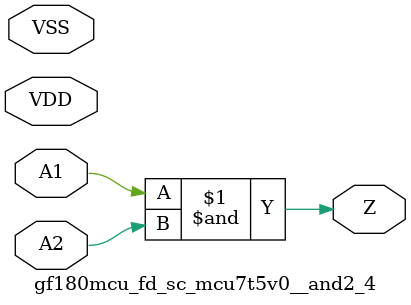
<source format=v>

module gf180mcu_fd_sc_mcu7t5v0__and2_4( A2, A1, Z, VDD, VSS );
input A1, A2;
inout VDD, VSS;
output Z;

	and MGM_BG_0( Z, A1, A2 );

endmodule

</source>
